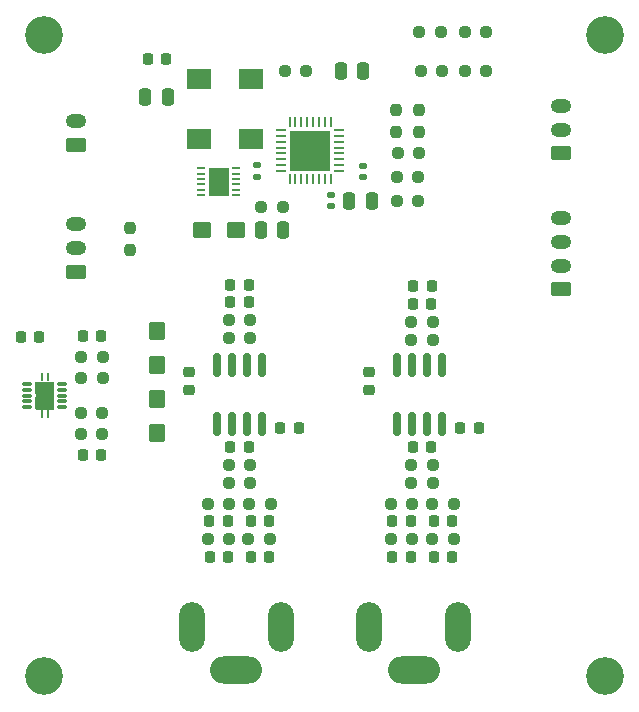
<source format=gbr>
%TF.GenerationSoftware,KiCad,Pcbnew,9.0.7*%
%TF.CreationDate,2026-02-10T21:29:49-05:00*%
%TF.ProjectId,dac,6461632e-6b69-4636-9164-5f7063625858,rev?*%
%TF.SameCoordinates,Original*%
%TF.FileFunction,Soldermask,Top*%
%TF.FilePolarity,Negative*%
%FSLAX46Y46*%
G04 Gerber Fmt 4.6, Leading zero omitted, Abs format (unit mm)*
G04 Created by KiCad (PCBNEW 9.0.7) date 2026-02-10 21:29:49*
%MOMM*%
%LPD*%
G01*
G04 APERTURE LIST*
G04 Aperture macros list*
%AMRoundRect*
0 Rectangle with rounded corners*
0 $1 Rounding radius*
0 $2 $3 $4 $5 $6 $7 $8 $9 X,Y pos of 4 corners*
0 Add a 4 corners polygon primitive as box body*
4,1,4,$2,$3,$4,$5,$6,$7,$8,$9,$2,$3,0*
0 Add four circle primitives for the rounded corners*
1,1,$1+$1,$2,$3*
1,1,$1+$1,$4,$5*
1,1,$1+$1,$6,$7*
1,1,$1+$1,$8,$9*
0 Add four rect primitives between the rounded corners*
20,1,$1+$1,$2,$3,$4,$5,0*
20,1,$1+$1,$4,$5,$6,$7,0*
20,1,$1+$1,$6,$7,$8,$9,0*
20,1,$1+$1,$8,$9,$2,$3,0*%
G04 Aperture macros list end*
%ADD10C,3.200000*%
%ADD11O,1.750000X1.200000*%
%ADD12RoundRect,0.250000X0.625000X-0.350000X0.625000X0.350000X-0.625000X0.350000X-0.625000X-0.350000X0*%
%ADD13R,3.500000X3.500000*%
%ADD14RoundRect,0.062500X0.375000X-0.062500X0.375000X0.062500X-0.375000X0.062500X-0.375000X-0.062500X0*%
%ADD15RoundRect,0.062500X0.062500X-0.375000X0.062500X0.375000X-0.062500X0.375000X-0.062500X-0.375000X0*%
%ADD16RoundRect,0.150000X0.150000X-0.825000X0.150000X0.825000X-0.150000X0.825000X-0.150000X-0.825000X0*%
%ADD17RoundRect,0.225000X-0.225000X-0.250000X0.225000X-0.250000X0.225000X0.250000X-0.225000X0.250000X0*%
%ADD18RoundRect,0.237500X0.250000X0.237500X-0.250000X0.237500X-0.250000X-0.237500X0.250000X-0.237500X0*%
%ADD19RoundRect,0.250000X0.545000X0.445000X-0.545000X0.445000X-0.545000X-0.445000X0.545000X-0.445000X0*%
%ADD20RoundRect,0.237500X-0.237500X0.250000X-0.237500X-0.250000X0.237500X-0.250000X0.237500X0.250000X0*%
%ADD21RoundRect,0.140000X0.170000X-0.140000X0.170000X0.140000X-0.170000X0.140000X-0.170000X-0.140000X0*%
%ADD22RoundRect,0.225000X0.250000X-0.225000X0.250000X0.225000X-0.250000X0.225000X-0.250000X-0.225000X0*%
%ADD23RoundRect,0.225000X0.225000X0.250000X-0.225000X0.250000X-0.225000X-0.250000X0.225000X-0.250000X0*%
%ADD24RoundRect,0.237500X-0.250000X-0.237500X0.250000X-0.237500X0.250000X0.237500X-0.250000X0.237500X0*%
%ADD25RoundRect,0.140000X-0.170000X0.140000X-0.170000X-0.140000X0.170000X-0.140000X0.170000X0.140000X0*%
%ADD26R,0.800000X0.250000*%
%ADD27R,1.750000X2.480000*%
%ADD28R,2.000000X1.800000*%
%ADD29R,0.280000X0.280000*%
%ADD30O,0.850000X0.280000*%
%ADD31C,0.600000*%
%ADD32R,0.680000X1.050000*%
%ADD33R,0.260000X0.500000*%
%ADD34R,0.280000X0.700000*%
%ADD35R,1.650000X2.400000*%
%ADD36RoundRect,0.250000X-0.445000X0.545000X-0.445000X-0.545000X0.445000X-0.545000X0.445000X0.545000X0*%
%ADD37RoundRect,0.250000X-0.250000X-0.475000X0.250000X-0.475000X0.250000X0.475000X-0.250000X0.475000X0*%
%ADD38RoundRect,0.250000X0.250000X0.475000X-0.250000X0.475000X-0.250000X-0.475000X0.250000X-0.475000X0*%
%ADD39O,4.404000X2.304000*%
%ADD40O,2.204000X4.204000*%
%ADD41RoundRect,0.237500X0.237500X-0.250000X0.237500X0.250000X-0.237500X0.250000X-0.237500X-0.250000X0*%
G04 APERTURE END LIST*
D10*
%TO.C,H1*%
X106000000Y-78250000D03*
%TD*%
%TO.C,H2*%
X153500000Y-78250000D03*
%TD*%
%TO.C,H3*%
X153500000Y-132500000D03*
%TD*%
%TO.C,H4*%
X106000000Y-132500000D03*
%TD*%
D11*
%TO.C,J3*%
X108700000Y-94250000D03*
X108700000Y-96250000D03*
D12*
X108700000Y-98250000D03*
%TD*%
D13*
%TO.C,U1*%
X128500000Y-88000000D03*
D14*
X126062500Y-89750000D03*
X126062500Y-89250000D03*
X126062500Y-88750000D03*
X126062500Y-88250000D03*
X126062500Y-87750000D03*
X126062500Y-87250000D03*
X126062500Y-86750000D03*
X126062500Y-86250000D03*
D15*
X126750000Y-85562500D03*
X127250000Y-85562500D03*
X127750000Y-85562500D03*
X128250000Y-85562500D03*
X128750000Y-85562500D03*
X129250000Y-85562500D03*
X129750000Y-85562500D03*
X130250000Y-85562500D03*
D14*
X130937500Y-86250000D03*
X130937500Y-86750000D03*
X130937500Y-87250000D03*
X130937500Y-87750000D03*
X130937500Y-88250000D03*
X130937500Y-88750000D03*
X130937500Y-89250000D03*
X130937500Y-89750000D03*
D15*
X130250000Y-90437500D03*
X129750000Y-90437500D03*
X129250000Y-90437500D03*
X128750000Y-90437500D03*
X128250000Y-90437500D03*
X127750000Y-90437500D03*
X127250000Y-90437500D03*
X126750000Y-90437500D03*
%TD*%
D16*
%TO.C,U2*%
X120595000Y-106162500D03*
X121865000Y-106162500D03*
X123135000Y-106162500D03*
X124405000Y-106162500D03*
X124405000Y-111112500D03*
X123135000Y-111112500D03*
X121865000Y-111112500D03*
X120595000Y-111112500D03*
%TD*%
D17*
%TO.C,C31*%
X105525000Y-103750000D03*
X103975000Y-103750000D03*
%TD*%
D12*
%TO.C,J4*%
X108700000Y-87500000D03*
D11*
X108700000Y-85500000D03*
%TD*%
D17*
%TO.C,C28*%
X109225000Y-113750000D03*
X110775000Y-113750000D03*
%TD*%
D18*
%TO.C,R18*%
X125075000Y-120887500D03*
X123250000Y-120887500D03*
%TD*%
D19*
%TO.C,C27*%
X122190000Y-94750000D03*
X119310000Y-94750000D03*
%TD*%
D18*
%TO.C,R14*%
X123412500Y-116137500D03*
X121587500Y-116137500D03*
%TD*%
%TO.C,R12*%
X123412500Y-102362500D03*
X121587500Y-102362500D03*
%TD*%
D17*
%TO.C,C14*%
X119975000Y-122387500D03*
X121525000Y-122387500D03*
%TD*%
D20*
%TO.C,R9*%
X137750000Y-84587500D03*
X137750000Y-86412500D03*
%TD*%
D17*
%TO.C,C19*%
X137225000Y-99500000D03*
X138775000Y-99500000D03*
%TD*%
D18*
%TO.C,R20*%
X138887500Y-102500000D03*
X137062500Y-102500000D03*
%TD*%
D17*
%TO.C,C11*%
X121725000Y-99362500D03*
X123275000Y-99362500D03*
%TD*%
D18*
%TO.C,R22*%
X137137500Y-117887500D03*
X135312500Y-117887500D03*
%TD*%
D21*
%TO.C,C32*%
X124000000Y-90210000D03*
X124000000Y-89250000D03*
%TD*%
D22*
%TO.C,C23*%
X118250000Y-108275000D03*
X118250000Y-106725000D03*
%TD*%
D23*
%TO.C,C10*%
X123275000Y-113137500D03*
X121725000Y-113137500D03*
%TD*%
D24*
%TO.C,R6*%
X135837500Y-90250000D03*
X137662500Y-90250000D03*
%TD*%
%TO.C,R30*%
X137837500Y-81250000D03*
X139662500Y-81250000D03*
%TD*%
D25*
%TO.C,C7*%
X130250000Y-91770000D03*
X130250000Y-92730000D03*
%TD*%
D23*
%TO.C,C9*%
X123275000Y-100862500D03*
X121725000Y-100862500D03*
%TD*%
D12*
%TO.C,J2*%
X149750000Y-99750000D03*
D11*
X149750000Y-97750000D03*
X149750000Y-95750000D03*
X149750000Y-93750000D03*
%TD*%
D12*
%TO.C,J1*%
X149700000Y-88250000D03*
D11*
X149700000Y-86250000D03*
X149700000Y-84250000D03*
%TD*%
D23*
%TO.C,C12*%
X121500000Y-119387500D03*
X119950000Y-119387500D03*
%TD*%
%TO.C,C5*%
X116275000Y-80250000D03*
X114725000Y-80250000D03*
%TD*%
D24*
%TO.C,R27*%
X109087500Y-110240000D03*
X110912500Y-110240000D03*
%TD*%
%TO.C,R2*%
X124337500Y-92750000D03*
X126162500Y-92750000D03*
%TD*%
D26*
%TO.C,U4*%
X119250000Y-89500000D03*
X119250000Y-89950000D03*
X119250000Y-90400000D03*
X119250000Y-90850000D03*
X119250000Y-91300000D03*
X119250000Y-91750000D03*
X122250000Y-91750000D03*
X122250000Y-91300000D03*
X122250000Y-90850000D03*
X122250000Y-90400000D03*
X122250000Y-89950000D03*
X122250000Y-89500000D03*
D27*
X120750000Y-90625000D03*
%TD*%
D24*
%TO.C,R10*%
X126337500Y-81250000D03*
X128162500Y-81250000D03*
%TD*%
D28*
%TO.C,Y1*%
X119050000Y-81960000D03*
X119050000Y-87040000D03*
X123450000Y-87040000D03*
X123450000Y-81960000D03*
%TD*%
D23*
%TO.C,C16*%
X138750000Y-101000000D03*
X137200000Y-101000000D03*
%TD*%
D29*
%TO.C,U5*%
X104265000Y-107740000D03*
D30*
X104550000Y-107740000D03*
D29*
X104265000Y-108240000D03*
D30*
X104550000Y-108240000D03*
D29*
X104265000Y-108740000D03*
D30*
X104550000Y-108740000D03*
D29*
X104265000Y-109240000D03*
D30*
X104550000Y-109240000D03*
D29*
X104265000Y-109740000D03*
D30*
X104550000Y-109740000D03*
X107500000Y-109740000D03*
D29*
X107785000Y-109740000D03*
D30*
X107500000Y-109240000D03*
D29*
X107785000Y-109240000D03*
D30*
X107500000Y-108740000D03*
D29*
X107785000Y-108740000D03*
D30*
X107500000Y-108240000D03*
D29*
X107785000Y-108240000D03*
D30*
X107500000Y-107740000D03*
D29*
X107785000Y-107740000D03*
D31*
X105525000Y-107990000D03*
X105525000Y-109490000D03*
D32*
X105575000Y-108105000D03*
X105575000Y-109375000D03*
D33*
X105775000Y-107110000D03*
D34*
X105775000Y-107190000D03*
X105775000Y-110290000D03*
D33*
X105775000Y-110370000D03*
D31*
X106025000Y-108740000D03*
D35*
X106025000Y-108740000D03*
D33*
X106275000Y-107110000D03*
D34*
X106275000Y-107190000D03*
X106275000Y-110290000D03*
D33*
X106275000Y-110370000D03*
D32*
X106475000Y-108105000D03*
X106475000Y-109375000D03*
D31*
X106525000Y-107990000D03*
X106525000Y-109490000D03*
%TD*%
D18*
%TO.C,R19*%
X138887500Y-104000000D03*
X137062500Y-104000000D03*
%TD*%
D23*
%TO.C,C15*%
X125025000Y-122387500D03*
X123475000Y-122387500D03*
%TD*%
D36*
%TO.C,C29*%
X115500000Y-103310000D03*
X115500000Y-106190000D03*
%TD*%
D20*
%TO.C,R8*%
X135750000Y-84587500D03*
X135750000Y-86412500D03*
%TD*%
D24*
%TO.C,R21*%
X135312500Y-120887500D03*
X137137500Y-120887500D03*
%TD*%
D37*
%TO.C,C1*%
X114550000Y-83500000D03*
X116450000Y-83500000D03*
%TD*%
D17*
%TO.C,C17*%
X135450000Y-122387500D03*
X137000000Y-122387500D03*
%TD*%
D18*
%TO.C,R23*%
X140637500Y-117887500D03*
X138812500Y-117887500D03*
%TD*%
D23*
%TO.C,C20*%
X140500000Y-119387500D03*
X138950000Y-119387500D03*
%TD*%
D24*
%TO.C,R1*%
X109112500Y-105490000D03*
X110937500Y-105490000D03*
%TD*%
D38*
%TO.C,C6*%
X133700000Y-92250000D03*
X131800000Y-92250000D03*
%TD*%
D24*
%TO.C,R17*%
X119837500Y-120887500D03*
X121662500Y-120887500D03*
%TD*%
%TO.C,R7*%
X135925000Y-88250000D03*
X137750000Y-88250000D03*
%TD*%
%TO.C,R3*%
X109112500Y-107250000D03*
X110937500Y-107250000D03*
%TD*%
D37*
%TO.C,C2*%
X124300000Y-94750000D03*
X126200000Y-94750000D03*
%TD*%
D18*
%TO.C,R13*%
X123412500Y-114637500D03*
X121587500Y-114637500D03*
%TD*%
D39*
%TO.C,J5*%
X122250000Y-132000000D03*
X137250000Y-132000000D03*
D40*
X118500000Y-128300000D03*
X133500000Y-128300000D03*
X126000000Y-128300000D03*
X141000000Y-128300000D03*
%TD*%
D17*
%TO.C,C24*%
X125975000Y-111500000D03*
X127525000Y-111500000D03*
%TD*%
D22*
%TO.C,C25*%
X133475000Y-108275000D03*
X133475000Y-106725000D03*
%TD*%
D37*
%TO.C,C8*%
X131100000Y-81250000D03*
X133000000Y-81250000D03*
%TD*%
D18*
%TO.C,R15*%
X121662500Y-117887500D03*
X119837500Y-117887500D03*
%TD*%
%TO.C,R25*%
X138887500Y-114637500D03*
X137062500Y-114637500D03*
%TD*%
D17*
%TO.C,C4*%
X109225000Y-103740000D03*
X110775000Y-103740000D03*
%TD*%
D41*
%TO.C,R29*%
X113250000Y-96412500D03*
X113250000Y-94587500D03*
%TD*%
D23*
%TO.C,C13*%
X125000000Y-119387500D03*
X123450000Y-119387500D03*
%TD*%
D24*
%TO.C,R32*%
X141587500Y-78000000D03*
X143412500Y-78000000D03*
%TD*%
%TO.C,R5*%
X135837500Y-92250000D03*
X137662500Y-92250000D03*
%TD*%
D23*
%TO.C,C22*%
X138750000Y-113137500D03*
X137200000Y-113137500D03*
%TD*%
D18*
%TO.C,R26*%
X138887500Y-116137500D03*
X137062500Y-116137500D03*
%TD*%
D17*
%TO.C,C26*%
X141200000Y-111500000D03*
X142750000Y-111500000D03*
%TD*%
D25*
%TO.C,C3*%
X133000000Y-89270000D03*
X133000000Y-90230000D03*
%TD*%
D23*
%TO.C,C21*%
X140500000Y-122387500D03*
X138950000Y-122387500D03*
%TD*%
D18*
%TO.C,R11*%
X123412500Y-103862500D03*
X121587500Y-103862500D03*
%TD*%
D16*
%TO.C,U3*%
X135820000Y-111112500D03*
X137090000Y-111112500D03*
X138360000Y-111112500D03*
X139630000Y-111112500D03*
X139630000Y-106162500D03*
X138360000Y-106162500D03*
X137090000Y-106162500D03*
X135820000Y-106162500D03*
%TD*%
D23*
%TO.C,C18*%
X137000000Y-119387500D03*
X135450000Y-119387500D03*
%TD*%
D18*
%TO.C,R16*%
X125162500Y-117887500D03*
X123337500Y-117887500D03*
%TD*%
%TO.C,R24*%
X140637500Y-120887500D03*
X138812500Y-120887500D03*
%TD*%
D24*
%TO.C,R28*%
X137750000Y-78000000D03*
X139575000Y-78000000D03*
%TD*%
%TO.C,R31*%
X141587500Y-81250000D03*
X143412500Y-81250000D03*
%TD*%
%TO.C,R4*%
X109087500Y-111990000D03*
X110912500Y-111990000D03*
%TD*%
D36*
%TO.C,C30*%
X115500000Y-109060000D03*
X115500000Y-111940000D03*
%TD*%
M02*

</source>
